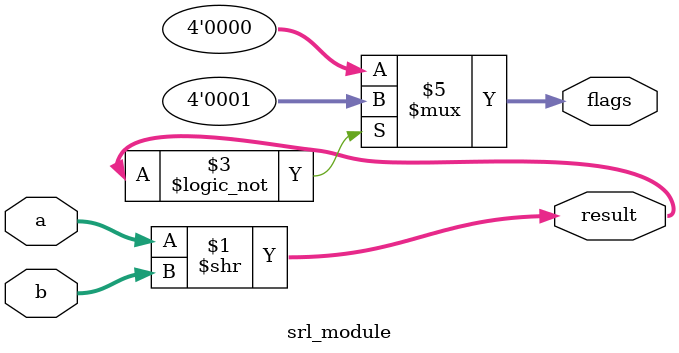
<source format=sv>
module srl_module #(parameter N=4)
(
  input logic [N-1:0] a,
  input logic [N-1:0] b,
  output logic [N-1:0] result,
  output logic [3:0] flags
);

  assign result = a >> b;
  
  always @(result)
    begin
	  if(result == 4'b0000)
	    flags=4'b0001;
	  else
	    flags=4'b0000;
	end
	
endmodule 
</source>
